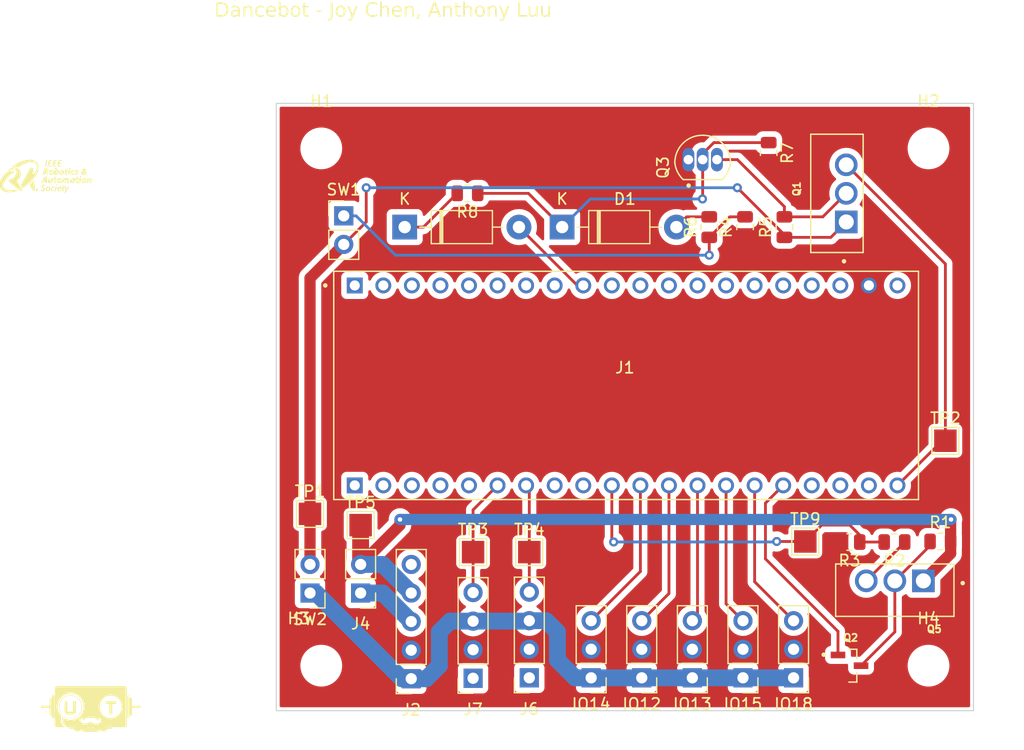
<source format=kicad_pcb>
(kicad_pcb (version 20221018) (generator pcbnew)
  (layers (0 "F.Cu" signal) (31 "B.Cu" signal) (34 "B.Paste" user) (35 "F.Paste" user) (36 "B.SilkS" user "B.Silkscreen") (37 "F.SilkS" user "F.Silkscreen") (38 "B.Mask" user) (39 "F.Mask" user) (44 "Edge.Cuts" user))
  (net 0 "")
  (net 1 "Batt GND")
  (net 2 "Net-(D1-K)")
  (net 3 "Net-(D1-A)")
  (net 4 "Net-(D2-K)")
  (net 5 "+5V")
  (net 6 "SM2")
  (net 7 "SM3")
  (net 8 "SM1")
  (net 9 "SM4")
  (net 10 "SM5")
  (net 30 "NPRightEye")
  (net 31 "NPLeftEye")
  (net 40 "Batt PWR")
  (net 44 "Net-(R4-Pad1)")
  (net 45 "Net-(Q5-S)")
  (net 46 "GND1")
  (net 47 "Latch_Out")
  (net 48 "BATT ADC")
  (net 49 "BATT EN")
  (net 50 "VOUT")
  (net 51 "Net-(Q1-D)")
  (net 52 "Net-(Q1-G)")
  (net 53 "Net-(Q5-G)")
  (footprint "Resistor_SMD:R_0805_2012Metric" (layer "F.Cu") (at 226.28625 61.9 -90)
    (fp_text reference "R7" (at 0 -1.65 90) (layer "F.SilkS"))
    (fp_text value "100K")
    (pad "1" smd roundrect (at -0.9125 0 270) (size 1.025 1.4) (layers "F.Cu" "F.Paste" "F.Mask") (roundrect_rratio 0.243902439) (net 2 "Net-(D1-K)"))
    (pad "2" smd roundrect (at 0.9125 0 270) (size 1.025 1.4) (layers "F.Cu" "F.Paste" "F.Mask") (roundrect_rratio 0.243902439) (net 46 "GND1"))
  )
  (footprint "LOGO" (layer "F.Cu") (at 162 64)
    (fp_text reference "G***" hide)
    (fp_text value "LOGO" hide)
  )
  (footprint "Resistor_SMD:R_0805_2012Metric" (layer "F.Cu") (at 199.5 65.5 180)
    (fp_text reference "R8" (at 0 -1.65) (layer "F.SilkS"))
    (fp_text value "220")
    (pad "1" smd roundrect (at -0.9125 0 180) (size 1.025 1.4) (layers "F.Cu" "F.Paste" "F.Mask") (roundrect_rratio 0.243902439) (net 2 "Net-(D1-K)"))
    (pad "2" smd roundrect (at 0.9125 0 180) (size 1.025 1.4) (layers "F.Cu" "F.Paste" "F.Mask") (roundrect_rratio 0.243902439) (net 4 "Net-(D2-K)"))
  )
  (footprint "Dancebot Footprints:TO254P1052X465X1989-3" (layer "F.Cu") (at 240.04375 99.95625 180)
    (fp_text reference "Q5" (at -0.968 -4.2954) (layer "F.SilkS") (effects (font (size 0.64 0.64))))
    (fp_text value "PMOS")
    (pad "1" thru_hole rect (at 0 0 180) (size 2.01 2.01) (drill 1.34) (layers "*.Cu" "*.Mask") (net 40 "Batt PWR"))
    (pad "2" thru_hole circle (at 2.54 0 180) (size 2.01 2.01) (drill 1.34) (layers "*.Cu" "*.Mask") (net 53 "Net-(Q5-G)"))
    (pad "3" thru_hole circle (at 5.08 0 180) (size 2.01 2.01) (drill 1.34) (layers "*.Cu" "*.Mask") (net 45 "Net-(Q5-S)"))
  )
  (footprint "ESP32-PICO-KIT-V4.1:XCVR_ESP32-PICO-KIT-V4.1" (layer "F.Cu") (at 213.608 82.578)
    (fp_text reference "J1" (at -0.108 -1.578) (layer "F.SilkS"))
    (fp_text value "ESP32-PICO-KIT-V4.1")
    (pad "J2_1" thru_hole rect (at -24.13 -8.89) (size 1.408 1.408) (drill 0.9) (layers "*.Cu" "*.Mask"))
    (pad "J2_2" thru_hole circle (at -21.59 -8.89) (size 1.408 1.408) (drill 0.9) (layers "*.Cu" "*.Mask"))
    (pad "J2_3" thru_hole circle (at -19.05 -8.89) (size 1.408 1.408) (drill 0.9) (layers "*.Cu" "*.Mask"))
    (pad "J2_4" thru_hole circle (at -16.51 -8.89) (size 1.408 1.408) (drill 0.9) (layers "*.Cu" "*.Mask"))
    (pad "J2_5" thru_hole circle (at -13.97 -8.89) (size 1.408 1.408) (drill 0.9) (layers "*.Cu" "*.Mask"))
    (pad "J2_6" thru_hole circle (at -11.43 -8.89) (size 1.408 1.408) (drill 0.9) (layers "*.Cu" "*.Mask"))
    (pad "J2_7" thru_hole circle (at -8.89 -8.89) (size 1.408 1.408) (drill 0.9) (layers "*.Cu" "*.Mask"))
    (pad "J2_8" thru_hole circle (at -6.35 -8.89) (size 1.408 1.408) (drill 0.9) (layers "*.Cu" "*.Mask"))
    (pad "J2_9" thru_hole circle (at -3.81 -8.89) (size 1.408 1.408) (drill 0.9) (layers "*.Cu" "*.Mask") (net 47 "Latch_Out"))
    (pad "J2_10" thru_hole circle (at -1.27 -8.89) (size 1.408 1.408) (drill 0.9) (layers "*.Cu" "*.Mask"))
    (pad "J2_11" thru_hole circle (at 1.27 -8.89) (size 1.408 1.408) (drill 0.9) (layers "*.Cu" "*.Mask"))
    (pad "J2_12" thru_hole circle (at 3.81 -8.89) (size 1.408 1.408) (drill 0.9) (layers "*.Cu" "*.Mask"))
    (pad "J2_13" thru_hole circle (at 6.35 -8.89) (size 1.408 1.408) (drill 0.9) (layers "*.Cu" "*.Mask"))
    (pad "J2_14" thru_hole circle (at 8.89 -8.89) (size 1.408 1.408) (drill 0.9) (layers "*.Cu" "*.Mask"))
    (pad "J2_15" thru_hole circle (at 11.43 -8.89) (size 1.408 1.408) (drill 0.9) (layers "*.Cu" "*.Mask"))
    (pad "J2_16" thru_hole circle (at 13.97 -8.89) (size 1.408 1.408) (drill 0.9) (layers "*.Cu" "*.Mask"))
    (pad "J2_17" thru_hole circle (at 16.51 -8.89) (size 1.408 1.408) (drill 0.9) (layers "*.Cu" "*.Mask"))
    (pad "J2_18" thru_hole circle (at 19.05 -8.89) (size 1.408 1.408) (drill 0.9) (layers "*.Cu" "*.Mask"))
    (pad "J2_19" thru_hole circle (at 21.59 -8.89) (size 1.408 1.408) (drill 0.9) (layers "*.Cu" "*.Mask") (net 46 "GND1"))
    (pad "J2_20" thru_hole circle (at 24.13 -8.89) (size 1.408 1.408) (drill 0.9) (layers "*.Cu" "*.Mask"))
    (pad "J3_1" thru_hole rect (at -24.13 8.89) (size 1.408 1.408) (drill 0.9) (layers "*.Cu" "*.Mask"))
    (pad "J3_2" thru_hole circle (at -21.59 8.89) (size 1.408 1.408) (drill 0.9) (layers "*.Cu" "*.Mask"))
    (pad "J3_3" thru_hole circle (at -19.05 8.89) (size 1.408 1.408) (drill 0.9) (layers "*.Cu" "*.Mask"))
    (pad "J3_4" thru_hole circle (at -16.51 8.89) (size 1.408 1.408) (drill 0.9) (layers "*.Cu" "*.Mask"))
    (pad "J3_5" thru_hole circle (at -13.97 8.89) (size 1.408 1.408) (drill 0.9) (layers "*.Cu" "*.Mask"))
    (pad "J3_6" thru_hole circle (at -11.43 8.89) (size 1.408 1.408) (drill 0.9) (layers "*.Cu" "*.Mask") (net 31 "NPLeftEye"))
    (pad "J3_7" thru_hole circle (at -8.89 8.89) (size 1.408 1.408) (drill 0.9) (layers "*.Cu" "*.Mask") (net 30 "NPRightEye"))
    (pad "J3_8" thru_hole circle (at -6.35 8.89) (size 1.408 1.408) (drill 0.9) (layers "*.Cu" "*.Mask"))
    (pad "J3_9" thru_hole circle (at -3.81 8.89) (size 1.408 1.408) (drill 0.9) (layers "*.Cu" "*.Mask"))
    (pad "J3_10" thru_hole circle (at -1.27 8.89) (size 1.408 1.408) (drill 0.9) (layers "*.Cu" "*.Mask") (net 48 "BATT ADC"))
    (pad "J3_11" thru_hole circle (at 1.27 8.89) (size 1.408 1.408) (drill 0.9) (layers "*.Cu" "*.Mask") (net 8 "SM1"))
    (pad "J3_12" thru_hole circle (at 3.81 8.89) (size 1.408 1.408) (drill 0.9) (layers "*.Cu" "*.Mask") (net 6 "SM2"))
    (pad "J3_13" thru_hole circle (at 6.35 8.89) (size 1.408 1.408) (drill 0.9) (layers "*.Cu" "*.Mask") (net 7 "SM3"))
    (pad "J3_14" thru_hole circle (at 8.89 8.89) (size 1.408 1.408) (drill 0.9) (layers "*.Cu" "*.Mask") (net 9 "SM4"))
    (pad "J3_15" thru_hole circle (at 11.43 8.89) (size 1.408 1.408) (drill 0.9) (layers "*.Cu" "*.Mask") (net 10 "SM5"))
    (pad "J3_16" thru_hole circle (at 13.97 8.89) (size 1.408 1.408) (drill 0.9) (layers "*.Cu" "*.Mask") (net 49 "BATT EN"))
    (pad "J3_17" thru_hole circle (at 16.51 8.89) (size 1.408 1.408) (drill 0.9) (layers "*.Cu" "*.Mask"))
    (pad "J3_18" thru_hole circle (at 19.05 8.89) (size 1.408 1.408) (drill 0.9) (layers "*.Cu" "*.Mask"))
    (pad "J3_19" thru_hole circle (at 21.59 8.89) (size 1.408 1.408) (drill 0.9) (layers "*.Cu" "*.Mask"))
    (pad "J3_20" thru_hole circle (at 24.13 8.89) (size 1.408 1.408) (drill 0.9) (layers "*.Cu" "*.Mask") (net 5 "+5V"))
  )
  (footprint "MountingHole:MountingHole_3.2mm_M3" (layer "F.Cu") (at 186.5 107.5)
    (fp_text reference "H3" (at -2 -4.2) (layer "F.SilkS"))
    (fp_text value "MountingHole")
    (pad "" np_thru_hole circle (at 0 0) (size 3.2 3.2) (drill 3.2) (layers "*.Cu" "*.Mask"))
  )
  (footprint "Diode_THT:D_DO-41_SOD81_P10.16mm_Horizontal" (layer "F.Cu") (at 207.92 68.5)
    (fp_text reference "D1" (at 5.58 -2.5) (layer "F.SilkS"))
    (fp_text value "1N5819")
    (fp_text user "K" (at 0 -2.5) (layer "F.SilkS"))
    (pad "1" thru_hole rect (at 0 0) (size 2.2 2.2) (drill 1.1) (layers "*.Cu" "*.Mask") (net 2 "Net-(D1-K)"))
    (pad "2" thru_hole oval (at 10.16 0) (size 2.2 2.2) (drill 1.1) (layers "*.Cu" "*.Mask") (net 3 "Net-(D1-A)"))
  )
  (footprint "Resistor_SMD:R_0805_2012Metric" (layer "F.Cu") (at 237.47125 96.50625 180)
    (fp_text reference "R2" (at 0 -1.65) (layer "F.SilkS"))
    (fp_text value "100K")
    (pad "1" smd roundrect (at -0.9125 0 180) (size 1.025 1.4) (layers "F.Cu" "F.Paste" "F.Mask") (roundrect_rratio 0.243902439) (net 45 "Net-(Q5-S)"))
    (pad "2" smd roundrect (at 0.9125 0 180) (size 1.025 1.4) (layers "F.Cu" "F.Paste" "F.Mask") (roundrect_rratio 0.243902439) (net 48 "BATT ADC"))
  )
  (footprint "Resistor_SMD:R_0805_2012Metric" (layer "F.Cu") (at 224.18625 68.5 -90)
    (fp_text reference "R4" (at 0 1.7 90) (layer "F.SilkS"))
    (fp_text value "220K")
    (pad "1" smd roundrect (at -0.9125 0 270) (size 1.025 1.4) (layers "F.Cu" "F.Paste" "F.Mask") (roundrect_rratio 0.243902439) (net 44 "Net-(R4-Pad1)"))
    (pad "2" smd roundrect (at 0.9125 0 270) (size 1.025 1.4) (layers "F.Cu" "F.Paste" "F.Mask") (roundrect_rratio 0.243902439) (net 46 "GND1"))
  )
  (footprint "Dancebot Footprints:SOT95P237X112-3N" (layer "F.Cu") (at 233.475 107.5)
    (fp_text reference "Q2" (at 0.107 -2.4814) (layer "F.SilkS") (effects (font (size 0.64 0.64))))
    (fp_text value "NMOS")
    (pad "1" smd roundrect (at -1.025 -0.95) (size 1.3 0.59) (layers "F.Cu" "F.Paste" "F.Mask") (roundrect_rratio 0.07) (net 49 "BATT EN"))
    (pad "2" smd roundrect (at -1.025 0.95) (size 1.3 0.59) (layers "F.Cu" "F.Paste" "F.Mask") (roundrect_rratio 0.07) (net 46 "GND1"))
    (pad "3" smd roundrect (at 1.025 0) (size 1.3 0.59) (layers "F.Cu" "F.Paste" "F.Mask") (roundrect_rratio 0.07) (net 53 "Net-(Q5-G)"))
  )
  (footprint "Connector_PinHeader_2.54mm:PinHeader_1x02_P2.54mm_Vertical" (layer "F.Cu") (at 188.5 67.5)
    (fp_text reference "SW1" (at 0 -2.33) (layer "F.SilkS"))
    (fp_text value "SP switch")
    (pad "1" thru_hole rect (at 0 0) (size 1.7 1.7) (drill 1) (layers "*.Cu" "*.Mask") (net 44 "Net-(R4-Pad1)"))
    (pad "2" thru_hole oval (at 0 2.54) (size 1.7 1.7) (drill 1) (layers "*.Cu" "*.Mask") (net 51 "Net-(Q1-D)"))
  )
  (footprint "TestPoint:TestPoint_Pad_2.0x2.0mm" (layer "F.Cu") (at 200 97.4)
    (fp_text reference "TP3" (at 0 -1.998) (layer "F.SilkS"))
    (fp_text value "TestPoint")
    (pad "1" smd rect (at 0 0) (size 2 2) (layers "F.Cu" "F.Mask") (net 31 "NPLeftEye"))
  )
  (footprint "dancebot pcb libraries stuff:TO254P1052X465X1989-3" (layer "F.Cu") (at 233.18625 68.04 90)
    (fp_text reference "Q1" (at 2.94 -4.4 90) (layer "F.SilkS") (effects (font (size 0.64 0.64))))
    (fp_text value "PMOS")
    (pad "1" thru_hole rect (at 0 0 90) (size 2.01 2.01) (drill 1.34) (layers "*.Cu" "*.Mask") (net 51 "Net-(Q1-D)"))
    (pad "2" thru_hole circle (at 2.54 0 90) (size 2.01 2.01) (drill 1.34) (layers "*.Cu" "*.Mask") (net 52 "Net-(Q1-G)"))
    (pad "3" thru_hole circle (at 5.08 0 90) (size 2.01 2.01) (drill 1.34) (layers "*.Cu" "*.Mask") (net 5 "+5V"))
  )
  (footprint "Diode_THT:D_DO-41_SOD81_P10.16mm_Horizontal" (layer "F.Cu") (at 193.92 68.5)
    (fp_text reference "D2" hide)
    (fp_text value "1N5819")
    (fp_text user "K" (at 0 -2.5) (layer "F.SilkS"))
    (pad "1" thru_hole rect (at 0 0) (size 2.2 2.2) (drill 1.1) (layers "*.Cu" "*.Mask") (net 4 "Net-(D2-K)"))
    (pad "2" thru_hole oval (at 10.16 0) (size 2.2 2.2) (drill 1.1) (layers "*.Cu" "*.Mask") (net 47 "Latch_Out"))
  )
  (footprint "Connector_PinHeader_2.54mm:PinHeader_1x03_P2.54mm_Vertical" (layer "F.Cu") (at 224 108.58 180)
    (fp_text reference "IO15" (at 0 -2.33) (layer "F.SilkS"))
    (fp_text value "servo 4")
    (pad "1" thru_hole rect (at 0 0 180) (size 1.7 1.7) (drill 1) (layers "*.Cu" "*.Mask") (net 50 "VOUT"))
    (pad "2" thru_hole oval (at 0 2.54 180) (size 1.7 1.7) (drill 1) (layers "*.Cu" "*.Mask") (net 46 "GND1"))
    (pad "3" thru_hole oval (at 0 5.08 180) (size 1.7 1.7) (drill 1) (layers "*.Cu" "*.Mask") (net 9 "SM4"))
  )
  (footprint "Connector_PinSocket_2.54mm:PinSocket_1x04_P2.54mm_Vertical" (layer "F.Cu") (at 200 108.62 180)
    (fp_text reference "J7" (at 0 -2.77) (layer "F.SilkS"))
    (fp_text value "Conn_01x04_Socket")
    (pad "1" thru_hole rect (at 0 0 180) (size 1.7 1.7) (drill 1) (layers "*.Cu" "*.Mask"))
    (pad "2" thru_hole oval (at 0 2.54 180) (size 1.7 1.7) (drill 1) (layers "*.Cu" "*.Mask") (net 46 "GND1"))
    (pad "3" thru_hole oval (at 0 5.08 180) (size 1.7 1.7) (drill 1) (layers "*.Cu" "*.Mask") (net 50 "VOUT"))
    (pad "4" thru_hole oval (at 0 7.62 180) (size 1.7 1.7) (drill 1) (layers "*.Cu" "*.Mask") (net 31 "NPLeftEye"))
  )
  (footprint "TestPoint:TestPoint_Pad_2.0x2.0mm" (layer "F.Cu") (at 242 87.5)
    (fp_text reference "TP2" (at 0 -1.998) (layer "F.SilkS"))
    (fp_text value "TestPoint")
    (pad "1" smd rect (at 0 0) (size 2 2) (layers "F.Cu" "F.Mask") (net 5 "+5V"))
  )
  (footprint "Connector_PinSocket_2.54mm:PinSocket_1x05_P2.54mm_Vertical" (layer "F.Cu") (at 194.5 108.66 180)
    (fp_text reference "J2" (at 0 -2.77 180) (layer "F.SilkS"))
    (fp_text value "Voltage Regulator")
    (pad "1" thru_hole rect (at 0 0 180) (size 1.7 1.7) (drill 1) (layers "*.Cu" "*.Mask") (net 50 "VOUT"))
    (pad "2" thru_hole oval (at 0 2.54 180) (size 1.7 1.7) (drill 1) (layers "*.Cu" "*.Mask") (net 46 "GND1"))
    (pad "3" thru_hole oval (at 0 5.08 180) (size 1.7 1.7) (drill 1) (layers "*.Cu" "*.Mask") (net 1 "Batt GND"))
    (pad "4" thru_hole oval (at 0 7.62 180) (size 1.7 1.7) (drill 1) (layers "*.Cu" "*.Mask") (net 40 "Batt PWR"))
    (pad "5" thru_hole oval (at 0 10.16 180) (size 1.7 1.7) (drill 1) (layers "*.Cu" "*.Mask"))
  )
  (footprint "Connector_PinSocket_2.54mm:PinSocket_1x04_P2.54mm_Vertical" (layer "F.Cu") (at 205 108.58 180)
    (fp_text reference "J6" (at 0 -2.77) (layer "F.SilkS"))
    (fp_text value "Conn_01x04_Socket")
    (pad "1" thru_hole rect (at 0 0 180) (size 1.7 1.7) (drill 1) (layers "*.Cu" "*.Mask"))
    (pad "2" thru_hole oval (at 0 2.54 180) (size 1.7 1.7) (drill 1) (layers "*.Cu" "*.Mask") (net 46 "GND1"))
    (pad "3" thru_hole oval (at 0 5.08 180) (size 1.7 1.7) (drill 1) (layers "*.Cu" "*.Mask") (net 50 "VOUT"))
    (pad "4" thru_hole oval (at 0 7.62 180) (size 1.7 1.7) (drill 1) (layers "*.Cu" "*.Mask") (net 30 "NPRightEye"))
  )
  (footprint "MountingHole:MountingHole_3.2mm_M3" (layer "F.Cu") (at 186.5 61.5)
    (fp_text reference "H1" (at 0 -4.2) (layer "F.SilkS"))
    (fp_text value "MountingHole")
    (pad "" np_thru_hole circle (at 0 0) (size 3.2 3.2) (drill 3.2) (layers "*.Cu" "*.Mask"))
  )
  (footprint "TestPoint:TestPoint_Pad_2.0x2.0mm" (layer "F.Cu") (at 185.5 94)
    (fp_text reference "TP1" (at 0 -1.998) (layer "F.SilkS"))
    (fp_text value "TestPoint")
    (pad "1" smd rect (at 0 0) (size 2 2) (layers "F.Cu" "F.Mask") (net 51 "Net-(Q1-D)"))
  )
  (footprint "Resistor_SMD:R_0805_2012Metric" (layer "F.Cu") (at 221 68.5 90)
    (fp_text reference "R6" (at 0 -1.65 90) (layer "F.SilkS"))
    (fp_text value "10K")
    (pad "1" smd roundrect (at -0.9125 0 90) (size 1.025 1.4) (layers "F.Cu" "F.Paste" "F.Mask") (roundrect_rratio 0.243902439) (net 44 "Net-(R4-Pad1)"))
    (pad "2" smd roundrect (at 0.9125 0 90) (size 1.025 1.4) (layers "F.Cu" "F.Paste" "F.Mask") (roundrect_rratio 0.243902439) (net 3 "Net-(D1-A)"))
  )
  (footprint "Connector_PinHeader_2.54mm:PinHeader_1x02_P2.54mm_Vertical" (layer "F.Cu") (at 185.5 101.04 180)
    (fp_text reference "SW2" (at 0 -2.33 180) (layer "F.SilkS"))
    (fp_text value "SW_SPST")
    (pad "1" thru_hole rect (at 0 0 180) (size 1.7 1.7) (drill 1) (layers "*.Cu" "*.Mask") (net 50 "VOUT"))
    (pad "2" thru_hole oval (at 0 2.54 180) (size 1.7 1.7) (drill 1) (layers "*.Cu" "*.Mask") (net 51 "Net-(Q1-D)"))
  )
  (footprint "Resistor_SMD:R_0805_2012Metric" (layer "F.Cu") (at 233.47125 96.50625 180)
    (fp_text reference "R3" (at 0 -1.65) (layer "F.SilkS"))
    (fp_text value "51k")
    (pad "1" smd roundrect (at -0.9125 0 180) (size 1.025 1.4) (layers "F.Cu" "F.Paste" "F.Mask") (roundrect_rratio 0.243902439) (net 48 "BATT ADC"))
    (pad "2" smd roundrect (at 0.9125 0 180) (size 1.025 1.4) (layers "F.Cu" "F.Paste" "F.Mask") (roundrect_rratio 0.243902439) (net 46 "GND1"))
  )
  (footprint "2N3904:TO92127P495H495-3" (layer "F.Cu") (at 220.41625 62.5)
    (fp_text reference "Q3" (at -3.53 0.7 90) (layer "F.SilkS"))
    (fp_text value "2N3904")
    (pad "1" thru_hole oval (at -1.27 0) (size 1.04 2.08) (drill 0.84) (layers "*.Cu" "*.Mask") (net 46 "GND1"))
    (pad "2" thru_hole oval (at 0 0) (size 1.04 2.08) (drill 0.84) (layers "*.Cu" "*.Mask") (net 2 "Net-(D1-K)"))
    (pad "3" thru_hole oval (at 1.27 0) (size 1.04 2.08) (drill 0.84) (layers "*.Cu" "*.Mask") (net 52 "Net-(Q1-G)"))
  )
  (footprint "Connector_PinHeader_2.54mm:PinHeader_1x03_P2.54mm_Vertical" (layer "F.Cu") (at 219.5 108.58 180)
    (fp_text reference "IO13" (at 0 -2.33 180) (layer "F.SilkS"))
    (fp_text value "servo 3")
    (pad "1" thru_hole rect (at 0 0 180) (size 1.7 1.7) (drill 1) (layers "*.Cu" "*.Mask") (net 50 "VOUT"))
    (pad "2" thru_hole oval (at 0 2.54 180) (size 1.7 1.7) (drill 1) (layers "*.Cu" "*.Mask") (net 46 "GND1"))
    (pad "3" thru_hole oval (at 0 5.08 180) (size 1.7 1.7) (drill 1) (layers "*.Cu" "*.Mask") (net 7 "SM3"))
  )
  (footprint "Resistor_SMD:R_0805_2012Metric" (layer "F.Cu") (at 241.55125 96.45625 180)
    (fp_text reference "R1" (at 0 1.7) (layer "F.SilkS"))
    (fp_text value "100K")
    (pad "1" smd roundrect (at -0.9125 0 180) (size 1.025 1.4) (layers "F.Cu" "F.Paste" "F.Mask") (roundrect_rratio 0.243902439) (net 40 "Batt PWR"))
    (pad "2" smd roundrect (at 0.9125 0 180) (size 1.025 1.4) (layers "F.Cu" "F.Paste" "F.Mask") (roundrect_rratio 0.243902439) (net 53 "Net-(Q5-G)"))
  )
  (footprint "Connector_PinHeader_2.54mm:PinHeader_1x03_P2.54mm_Vertical" (layer "F.Cu") (at 215 108.58 180)
    (fp_text reference "IO12" (at 0 -2.33 180) (layer "F.SilkS"))
    (fp_text value "servo 2")
    (pad "1" thru_hole rect (at 0 0 180) (size 1.7 1.7) (drill 1) (layers "*.Cu" "*.Mask") (net 50 "VOUT"))
    (pad "2" thru_hole oval (at 0 2.54 180) (size 1.7 1.7) (drill 1) (layers "*.Cu" "*.Mask") (net 46 "GND1"))
    (pad "3" thru_hole oval (at 0 5.08 180) (size 1.7 1.7) (drill 1) (layers "*.Cu" "*.Mask") (net 6 "SM2"))
  )
  (footprint "Connector_PinHeader_2.54mm:PinHeader_1x03_P2.54mm_Vertical" (layer "F.Cu") (at 228.5 108.58 180)
    (fp_text reference "IO18" (at 0 -2.33 180) (layer "F.SilkS"))
    (fp_text value "servo 5 (hat)")
    (pad "1" thru_hole rect (at 0 0 180) (size 1.7 1.7) (drill 1) (layers "*.Cu" "*.Mask") (net 50 "VOUT"))
    (pad "2" thru_hole oval (at 0 2.54 180) (size 1.7 1.7) (drill 1) (layers "*.Cu" "*.Mask") (net 46 "GND1"))
    (pad "3" thru_hole oval (at 0 5.08 180) (size 1.7 1.7) (drill 1) (layers "*.Cu" "*.Mask") (net 10 "SM5"))
  )
  (footprint "MountingHole:MountingHole_3.2mm_M3" (layer "F.Cu") (at 240.5 107.5)
    (fp_text reference "H4" (at 0 -4.2) (layer "F.SilkS"))
    (fp_text value "MountingHole")
    (pad "" np_thru_hole circle (at 0 0) (size 3.2 3.2) (drill 3.2) (layers "*.Cu" "*.Mask"))
  )
  (footprint "TestPoint:TestPoint_Pad_2.0x2.0mm" (layer "F.Cu") (at 229.54375 96.45625)
    (fp_text reference "TP9" (at 0 -1.998) (layer "F.SilkS"))
    (fp_text value "TestPoint")
    (pad "1" smd rect (at 0 0) (size 2 2) (layers "F.Cu" "F.Mask") (net 48 "BATT ADC"))
  )
  (footprint "Resistor_SMD:R_0805_2012Metric" (layer "F.Cu") (at 227.68625 68.5 90)
    (fp_text reference "R5" (at 0 -1.65 90) (layer "F.SilkS"))
    (fp_text value "100K")
    (pad "1" smd roundrect (at -0.9125 0 90) (size 1.025 1.4) (layers "F.Cu" "F.Paste" "F.Mask") (roundrect_rratio 0.243902439) (net 51 "Net-(Q1-D)"))
    (pad "2" smd roundrect (at 0.9125 0 90) (size 1.025 1.4) (layers "F.Cu" "F.Paste" "F.Mask") (roundrect_rratio 0.243902439) (net 52 "Net-(Q1-G)"))
  )
  (footprint "LOGO" (layer "F.Cu") (at 166 111)
    (fp_text reference "G***" hide)
    (fp_text value "LOGO" hide)
  )
  (footprint "MountingHole:MountingHole_3.2mm_M3" (layer "F.Cu") (at 240.5 61.5)
    (fp_text reference "H2" (at 0 -4.2) (layer "F.SilkS"))
    (fp_text value "MountingHole")
    (pad "" np_thru_hole circle (at 0 0) (size 3.2 3.2) (drill 3.2) (layers "*.Cu" "*.Mask"))
  )
  (footprint "TestPoint:TestPoint_Pad_2.0x2.0mm" (layer "F.Cu") (at 190 95)
    (fp_text reference "TP5" (at 0 -1.998) (layer "F.SilkS"))
    (fp_text value "TestPoint")
    (pad "1" smd rect (at 0 0) (size 2 2) (layers "F.Cu" "F.Mask") (net 40 "Batt PWR"))
  )
  (footprint "TestPoint:TestPoint_Pad_2.0x2.0mm" (layer "F.Cu") (at 205 97.4)
    (fp_text reference "TP4" (at 0 -1.998) (layer "F.SilkS"))
    (fp_text value "TestPoint")
    (pad "1" smd rect (at 0 0) (size 2 2) (layers "F.Cu" "F.Mask") (net 30 "NPRightEye"))
  )
  (footprint "Connector_PinHeader_2.54mm:PinHeader_1x03_P2.54mm_Vertical" (layer "F.Cu") (at 210.5 108.58 180)
    (fp_text reference "IO14" (at 0 -2.33 180) (layer "F.SilkS"))
    (fp_text value "servo 1")
    (pad "1" thru_hole rect (at 0 0 180) (size 1.7 1.7) (drill 1) (layers "*.Cu" "*.Mask") (net 50 "VOUT"))
    (pad "2" thru_hole oval (at 0 2.54 180) (size 1.7 1.7) (drill 1) (layers "*.Cu" "*.Mask") (net 46 "GND1"))
    (pad "3" thru_hole oval (at 0 5.08 180) (size 1.7 1.7) (drill 1) (layers "*.Cu" "*.Mask") (net 8 "SM1"))
  )
  (footprint "Connector_PinHeader_2.54mm:PinHeader_1x02_P2.54mm_Vertical" (layer "F.Cu") (at 190 101.04 180)
    (fp_text reference "J4" (at 0 -2.73 180) (layer "F.SilkS"))
    (fp_text value "Pins")
    (pad "1" thru_hole rect (at 0 0 180) (size 1.7 1.7) (drill 1) (layers "*.Cu" "*.Mask") (net 1 "Batt GND"))
    (pad "2" thru_hole oval (at 0 2.54 180) (size 1.7 1.7) (drill 1) (layers "*.Cu" "*.Mask") (net 40 "Batt PWR"))
  )
  (gr_rect (start 182.5 57.5) (end 244.5 111.5) (stroke (width 0.1)) (fill none) (layer "Edge.Cuts"))
  (gr_text "Dancebot - Joy Chen, Anthony Luu" (at 177 50) (layer "F.SilkS") (effects (font (size 1.25 1.25)) (justify left bottom)))
  (segment (start 191.96 101.04) (end 194.5 103.58) (width 1.5) (layer "B.Cu") (net 1))
  (segment (start 190 101.04) (end 191.96 101.04) (width 1.5) (layer "B.Cu") (net 1))
  (segment (start 220.38625 62.53) (end 220.41625 62.5) (width 0.25) (layer "F.Cu") (net 2))
  (segment (start 221.40875 60.9875) (end 226.28625 60.9875) (width 0.25) (layer "F.Cu") (net 2))
  (segment (start 220.41625 65.98375) (end 220.41625 62.5) (width 0.25) (layer "F.Cu") (net 2))
  (segment (start 200.4125 65.5) (end 204.92 65.5) (width 0.25) (layer "F.Cu") (net 2))
  (segment (start 204.92 65.5) (end 207.92 68.5) (width 0.25) (layer "F.Cu") (net 2))
  (segment (start 220.4 66) (end 220.41625 65.98375) (width 0.25) (layer "F.Cu") (net 2))
  (segment (start 220.41625 62.5) (end 220.41625 61.98) (width 0.25) (layer "F.Cu") (net 2))
  (segment (start 220.41625 61.98) (end 221.40875 60.9875) (width 0.25) (layer "F.Cu") (net 2))
  (via (at 220.4 66) (size 0.8) (drill 0.4) (layers "F.Cu" "B.Cu") (net 2))
  (segment (start 220.41625 62.5) (end 220.41625 61.98) (width 0.25) (layer "B.Cu") (net 2))
  (segment (start 220.4 66) (end 210.42 66) (width 0.25) (layer "B.Cu") (net 2))
  (segment (start 210.42 66) (end 207.92 68.5) (width 0.25) (layer "B.Cu") (net 2))
  (segment (start 221 67.5875) (end 218.9925 67.5875) (width 0.25) (layer "F.Cu") (net 3))
  (segment (start 218.9925 67.5875) (end 218.08 68.5) (width 0.25) (layer "F.Cu") (net 3))
  (segment (start 193.92 68.5) (end 195.5875 68.5) (width 0.25) (layer "F.Cu") (net 4))
  (segment (start 195.5875 68.5) (end 198.5875 65.5) (width 0.25) (layer "F.Cu") (net 4))
  (segment (start 237.738 91.468) (end 241.706 87.5) (width 0.25) (layer "F.Cu") (net 5))
  (segment (start 241.706 87.5) (end 242 87.5) (width 0.25) (layer "F.Cu") (net 5))
  (segment (start 233.18625 62.96) (end 242 71.77375) (width 0.25) (layer "F.Cu") (net 5))
  (segment (start 242 71.77375) (end 242 87.5) (width 0.25) (layer "F.Cu") (net 5))
  (segment (start 217.418 91.468) (end 217.418 101.082) (width 0.25) (layer "F.Cu") (net 6))
  (segment (start 217.418 101.082) (end 215 103.5) (width 0.25) (layer "F.Cu") (net 6))
  (segment (start 219.958 91.468) (end 219.958 103.042) (width 0.25) (layer "F.Cu") (net 7))
  (segment (start 219.958 103.042) (end 219.5 103.5) (width 0.25) (layer "F.Cu") (net 7))
  (segment (start 214.878 91.468) (end 214.878 99.122) (width 0.25) (layer "F.Cu") (net 8))
  (segment (start 214.878 99.122) (end 210.5 103.5) (width 0.25) (layer "F.Cu") (net 8))
  (segment (start 222.498 91.468) (end 222.498 101.998) (width 0.25) (layer "F.Cu") (net 9))
  (segment (start 222.498 101.998) (end 224 103.5) (width 0.25) (layer "F.Cu") (net 9))
  (segment (start 225.038 91.468) (end 225.038 100.038) (width 0.25) (layer "F.Cu") (net 10))
  (segment (start 225.038 100.038) (end 228.5 103.5) (width 0.25) (layer "F.Cu") (net 10))
  (segment (start 205 91.75) (end 204.718 91.468) (width 0.25) (layer "F.Cu") (net 30))
  (segment (start 205 97.4) (end 205 91.75) (width 0.25) (layer "F.Cu") (net 30))
  (segment (start 205 100.96) (end 205 97.4) (width 0.25) (layer "F.Cu") (net 30))
  (segment (start 200 97.4) (end 200 93.646) (width 0.25) (layer "F.Cu") (net 31))
  (segment (start 200 93.646) (end 202.178 91.468) (width 0.25) (layer "F.Cu") (net 31))
  (segment (start 200 101) (end 200 97.4) (width 0.25) (layer "F.Cu") (net 31))
  (segment (start 202.178 92.032) (end 202.178 91.468) (width 0.25) (layer "F.Cu") (net 31))
  (segment (start 193.5 94.5) (end 193.5 95) (width 1) (layer "F.Cu") (net 40))
  (segment (start 242.46375 97.53625) (end 242.46375 96.45625) (width 1) (layer "F.Cu") (net 40))
  (segment (start 190 98.5) (end 190 95) (width 1.5) (layer "F.Cu") (net 40))
  (segment (start 240.04375 99.95625) (end 242.46375 97.53625) (width 1) (layer "F.Cu") (net 40))
  (segment (start 242.46375 94.53625) (end 242.5 94.5) (width 1) (layer "F.Cu") (net 40))
  (segment (start 193.5 95) (end 190 98.5) (width 1) (layer "F.Cu") (net 40))
  (segment (start 242.46375 96.45625) (end 242.46375 94.53625) (width 1) (layer "F.Cu") (net 40))
  (via (at 242.5 94.5) (size 0.8) (drill 0.4) (layers "F.Cu" "B.Cu") (net 40))
  (via (at 193.5 94.5) (size 0.8) (drill 0.4) (layers "F.Cu" "B.Cu") (net 40))
  (segment (start 190 98.5) (end 191.96 98.5) (width 1.5) (layer "B.Cu") (net 40))
  (segment (start 242.5 94.5) (end 193.5 94.5) (width 1) (layer "B.Cu") (net 40))
  (segment (start 191.96 98.5) (end 194.5 101.04) (width 1.5) (layer "B.Cu") (net 40))
  (segment (start 221 69.4125) (end 221 71) (width 0.25) (layer "F.Cu") (net 44))
  (segment (start 222.825 67.5875) (end 221 69.4125) (width 0.25) (layer "F.Cu") (net 44))
  (segment (start 224.18625 67.5875) (end 222.825 67.5875) (width 0.25) (layer "F.Cu") (net 44))
  (via (at 221 71) (size 0.8) (drill 0.4) (layers "F.Cu" "B.Cu") (net 44))
  (segment (start 188.5 67.5) (end 189.6 67.5) (width 0.25) (layer "B.Cu") (net 44))
  (segment (start 193.1 71) (end 221 71) (width 0.25) (layer "B.Cu") (net 44))
  (segment (start 189.6 67.5) (end 193.1 71) (width 0.25) (layer "B.Cu") (net 44))
  (segment (start 238.38375 96.53625) (end 234.96375 99.95625) (width 0.25) (layer "F.Cu") (net 45))
  (segment (start 238.38375 96.50625) (end 238.38375 96.53625) (width 0.25) (layer "F.Cu") (net 45))
  (segment (start 209.268 73.688) (end 209.798 73.688) (width 0.25) (layer "F.Cu") (net 47))
  (segment (start 204.08 68.5) (end 209.268 73.688) (width 0.25) (layer "F.Cu") (net 47))
  (segment (start 234.38375 95.88375) (end 234.38375 96.50625) (width 0.25) (layer "F.Cu") (net 48))
  (segment (start 212.338 96.338) (end 212.5 96.5) (width 0.25) (layer "F.Cu") (net 48))
  (segment (start 231 95) (end 233.5 95) (width 0.25) (layer "F.Cu") (net 48))
  (segment (start 212.338 91.468) (end 212.338 96.338) (width 0.25) (layer "F.Cu") (net 48))
  (segment (start 227 96.45625) (end 229.54375 96.45625) (width 0.25) (layer "F.Cu") (net 48))
  (segment (start 233.5 95) (end 234.38375 95.88375) (width 0.25) (layer "F.Cu") (net 48))
  (segment (start 234.38375 96.50625) (end 236.55875 96.50625) (width 0.25) (layer "F.Cu") (net 48))
  (segment (start 229.54375 96.45625) (end 231 95) (width 0.25) (layer "F.Cu") (net 48))
  (via (at 212.5 96.5) (size 0.8) (drill 0.4) (layers "F.Cu" "B.Cu") (net 48))
  (via (at 227 96.45625) (size 0.8) (drill 0.4) (layers "F.Cu" "B.Cu") (net 48))
  (segment (start 212.5 96.5) (end 226.95625 96.5) (width 0.25) (layer "B.Cu") (net 48))
  (segment (start 226.95625 96.5) (end 227 96.45625) (width 0.25) (layer "B.Cu") (net 48))
  (segment (start 226 98) (end 232.45 104.45) (width 0.25) (layer "F.Cu") (net 49))
  (segment (start 226 93.046) (end 226 98) (width 0.25) (layer "F.Cu") (net 49))
  (segment (start 227.578 91.468) (end 226 93.046) (width 0.25) (layer "F.Cu") (net 49))
  (segment (start 232.45 104.45) (end 232.45 106.55) (width 0.25) (layer "F.Cu") (net 49))
  (segment (start 209.08 108.58) (end 210.5 108.58) (width 1.5) (layer "B.Cu") (net 50))
  (segment (start 193.66 108.66) (end 194.5 108.66) (width 1.5) (layer "B.Cu") (net 50))
  (segment (start 185.5 101.04) (end 186.04 101.04) (width 1.5) (layer "B.Cu") (net 50))
  (segment (start 215 108.58) (end 219.5 108.58) (width 1.5) (layer "B.Cu") (net 50))
  (segment (start 219.5 108.58) (end 224 108.58) (width 1.5) (layer "B.Cu") (net 50))
  (segment (start 206.5 103.5) (end 207.5 104.5) (width 1.5) (layer "B.Cu") (net 50))
  (segment (start 224 108.58) (end 228.5 108.58) (width 1.5) (layer "B.Cu") (net 50))
  (segment (start 204.96 103.54) (end 205 103.5) (width 1.5) (layer "B.Cu") (net 50))
  (segment (start 210.5 108.58) (end 215 108.58) (width 1.5) (layer "B.Cu") (net 50))
  (segment (start 195.84 108.66) (end 197 107.5) (width 1.5) (layer "B.Cu") (net 50))
  (segment (start 205 103.5) (end 206.5 103.5) (width 1.5) (layer "B.Cu") (net 50))
  (segment (start 186.04 101.04) (end 193.66 108.66) (width 1.5) (layer "B.Cu") (net 50))
  (segment (start 197 104.5) (end 197 107.5) (width 1.5) (layer "B.Cu") (net 50))
  (segment (start 194.5 108.66) (end 195.84 108.66) (width 1.5) (layer "B.Cu") (net 50))
  (segment (start 207.5 104.5) (end 207.5 107) (width 1.5) (layer "B.Cu") (net 50))
  (segment (start 207.5 107) (end 209.08 108.58) (width 1.5) (layer "B.Cu") (net 50))
  (segment (start 200 103.54) (end 197.96 103.54) (width 1.5) (layer "B.Cu") (net 50))
  (segment (start 200 103.54) (end 204.96 103.54) (width 1.5) (layer "B.Cu") (net 50))
  (segment (start 197.96 103.54) (end 197 104.5) (width 1.5) (layer "B.Cu") (net 50))
  (segment (start 185.5 98.5) (end 185.5 94) (width 1) (layer "F.Cu") (net 51))
  (segment (start 190.5 65) (end 190.5 68.04) (width 0.25) (layer "F.Cu") (net 51))
  (segment (start 190.5 68.04) (end 188.5 70.04) (width 0.25) (layer "F.Cu") (net 51))
  (segment (start 185.5 94) (end 185.5 73.04) (width 1) (layer "F.Cu") (net 51))
  (segment (start 231.81375 69.4125) (end 233.18625 68.04) (width 0.25) (layer "F.Cu") (net 51))
  (segment (start 227.68625 69.4125) (end 227.68625 69.18625) (width 0.25) (layer "F.Cu") (net 51))
  (segment (start 227.68625 69.18625) (end 223.5 65) (width 0.25) (layer "F.Cu") (net 51))
  (segment (start 227.68625 69.4125) (end 231.81375 69.4125) (width 0.25) (layer "F.Cu") (net 51))
  (segment (start 185.5 73.04) (end 188.5 70.04) (width 1) (layer "F.Cu") (net 51))
  (via (at 190.5 65) (size 0.8) (drill 0.4) (layers "F.Cu" "B.Cu") (net 51))
  (via (at 223.5 65) (size 0.8) (drill 0.4) (layers "F.Cu" "B.Cu") (net 51))
  (segment (start 223.5 65) (end 190.5 65) (width 0.25) (layer "B.Cu") (net 51))
  (segment (start 223.5 62.5) (end 227.68625 66.68625) (width 0.25) (layer "F.Cu") (net 52))
  (segment (start 227.68625 67.5875) (end 231.09875 67.5875) (width 0.25) (layer "F.Cu") (net 52))
  (segment (start 231.09875 67.5875) (end 233.18625 65.5) (width 0.25) (layer "F.Cu") (net 52))
  (segment (start 227.68625 66.68625) (end 227.68625 67.5875) (width 0.25) (layer "F.Cu") (net 52))
  (segment (start 221.68625 62.5) (end 223.5 62.5) (width 0.25) (layer "F.Cu") (net 52))
  (segment (start 237.50375 104.49625) (end 237.50375 99.95625) (width 0.25) (layer "F.Cu") (net 53))
  (segment (start 240.63875 96.82125) (end 240.63875 96.45625) (width 0.25) (layer "F.Cu") (net 53))
  (segment (start 234.5 107.5) (end 237.50375 104.49625) (width 0.25) (layer "F.Cu") (net 53))
  (segment (start 237.50375 99.95625) (end 240.63875 96.82125) (width 0.25) (layer "F.Cu") (net 53))
  (zone (net 46) (net_name "GND1") (layer "F.Cu") (connect_pads yes (clearance 0.5)) (min_thickness 0.25) (fill yes (thermal_gap 1) (thermal_bridge_width 1))
    (polygon (pts (xy 181 56) (xy 181 115) (xy 249 115) (xy 249 56)))
  )
)
</source>
